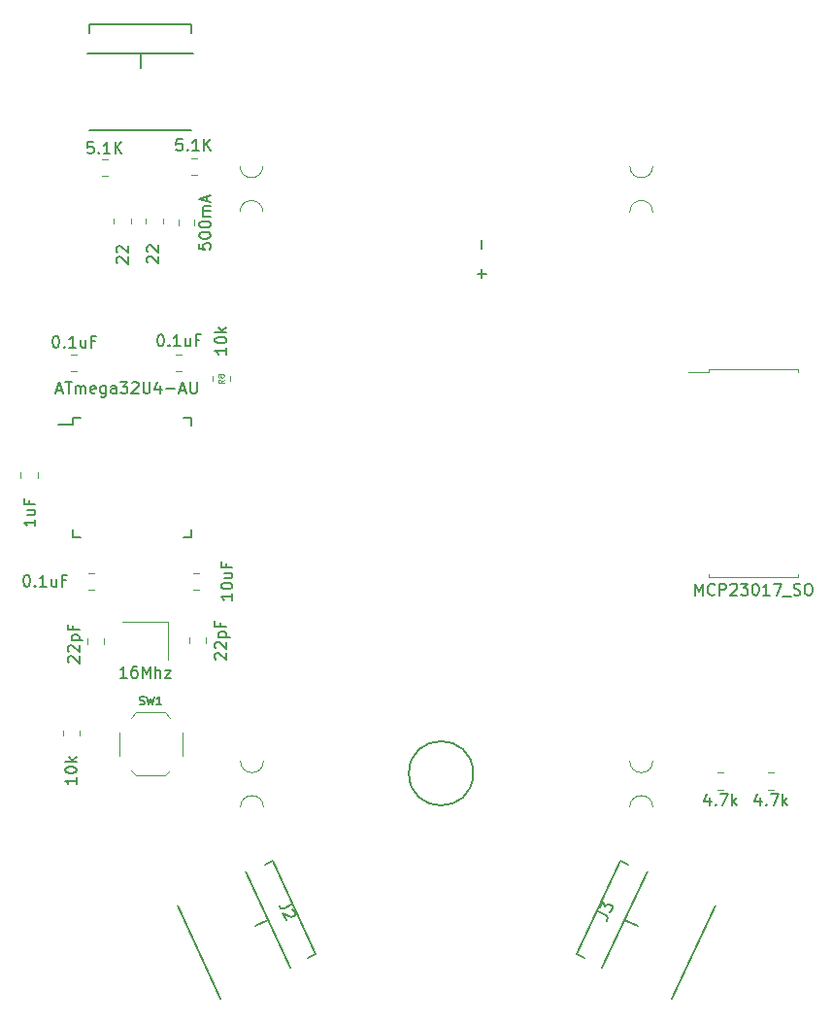
<source format=gbr>
%TF.GenerationSoftware,KiCad,Pcbnew,5.1.10*%
%TF.CreationDate,2021-09-05T22:53:56-04:00*%
%TF.ProjectId,tryptris_pcb,74727970-7472-4697-935f-7063622e6b69,rev?*%
%TF.SameCoordinates,Original*%
%TF.FileFunction,Legend,Top*%
%TF.FilePolarity,Positive*%
%FSLAX46Y46*%
G04 Gerber Fmt 4.6, Leading zero omitted, Abs format (unit mm)*
G04 Created by KiCad (PCBNEW 5.1.10) date 2021-09-05 22:53:56*
%MOMM*%
%LPD*%
G01*
G04 APERTURE LIST*
%ADD10C,0.120000*%
%ADD11C,0.150000*%
%ADD12C,0.100000*%
%ADD13C,0.080000*%
G04 APERTURE END LIST*
D10*
%TO.C,R7*%
X204037937Y-103130001D02*
X204492065Y-103130001D01*
X204037937Y-101660001D02*
X204492065Y-101660001D01*
%TO.C,R6*%
X199627937Y-103130001D02*
X200082065Y-103130001D01*
X199627937Y-101660001D02*
X200082065Y-101660001D01*
D11*
%TO.C,J3*%
X191515700Y-114474700D02*
X192666711Y-115011425D01*
X191132084Y-109358201D02*
X191822991Y-109674859D01*
X191132084Y-109358201D02*
X187349651Y-117469656D01*
X188036332Y-117795377D02*
X187349651Y-117469656D01*
X199442927Y-113233610D02*
X195660493Y-121345065D01*
X193470309Y-110283026D02*
X189561091Y-118666374D01*
%TO.C,J2*%
X160427600Y-114474525D02*
X159276589Y-115011250D01*
X164593649Y-117469481D02*
X163906968Y-117795202D01*
X164593649Y-117469481D02*
X160811216Y-109358026D01*
X160120309Y-109674684D02*
X160811216Y-109358026D01*
X156282807Y-121344890D02*
X152500373Y-113233435D01*
X162382209Y-118666199D02*
X158472991Y-110282851D01*
%TO.C,U4*%
X178300000Y-101700000D02*
G75*
G03*
X178300000Y-101700000I-2800000J0D01*
G01*
D10*
%TO.C,F1*%
X153999000Y-53982252D02*
X153999000Y-53459748D01*
X152579000Y-53982252D02*
X152579000Y-53459748D01*
%TO.C,SW1*%
X148916000Y-96401000D02*
X151416000Y-96401000D01*
X147416000Y-98151000D02*
X147416000Y-100151000D01*
X148916000Y-101901000D02*
X151416000Y-101901000D01*
X152916000Y-98151000D02*
X152916000Y-100151000D01*
X148466000Y-96851000D02*
X148916000Y-96401000D01*
X151866000Y-96851000D02*
X151416000Y-96401000D01*
X151866000Y-101451000D02*
X151416000Y-101901000D01*
X148466000Y-101451000D02*
X148916000Y-101901000D01*
D12*
%TO.C,mouse-bite-2mm-slot*%
X158015000Y-100638000D02*
G75*
G03*
X160015000Y-100638000I1000000J0D01*
G01*
X160015000Y-104638000D02*
G75*
G03*
X158015000Y-104638000I-1000000J0D01*
G01*
X191965000Y-100638000D02*
G75*
G03*
X193965000Y-100638000I1000000J0D01*
G01*
X193965000Y-104638000D02*
G75*
G03*
X191965000Y-104638000I-1000000J0D01*
G01*
X191965000Y-48788000D02*
G75*
G03*
X193965000Y-48788000I1000000J0D01*
G01*
X193965000Y-52788000D02*
G75*
G03*
X191965000Y-52788000I-1000000J0D01*
G01*
X157965000Y-48788000D02*
G75*
G03*
X159965000Y-48788000I1000000J0D01*
G01*
X159965000Y-52788000D02*
G75*
G03*
X157965000Y-52788000I-1000000J0D01*
G01*
D11*
%TO.C,J1*%
X149275800Y-38963600D02*
X149275800Y-40233600D01*
X153750800Y-36453600D02*
X153755800Y-37213600D01*
X153750800Y-36453600D02*
X144800800Y-36453600D01*
X144795800Y-37213600D02*
X144800800Y-36453600D01*
X153750800Y-45623600D02*
X144800800Y-45623600D01*
X153900800Y-38963600D02*
X144650800Y-38963600D01*
D10*
%TO.C,Y1*%
X151709000Y-88478000D02*
X147709000Y-88478000D01*
X151709000Y-91778000D02*
X151709000Y-88478000D01*
%TO.C,U2*%
X198881000Y-66750000D02*
X197066000Y-66750000D01*
X198881000Y-66505000D02*
X198881000Y-66750000D01*
X202741000Y-66505000D02*
X198881000Y-66505000D01*
X206601000Y-66505000D02*
X206601000Y-66750000D01*
X202741000Y-66505000D02*
X206601000Y-66505000D01*
X198881000Y-84625000D02*
X198881000Y-84380000D01*
X202741000Y-84625000D02*
X198881000Y-84625000D01*
X206601000Y-84625000D02*
X206601000Y-84380000D01*
X202741000Y-84625000D02*
X206601000Y-84625000D01*
D11*
%TO.C,U1*%
X143387000Y-71316000D02*
X142112000Y-71316000D01*
X153737000Y-70741000D02*
X153062000Y-70741000D01*
X153737000Y-81091000D02*
X153062000Y-81091000D01*
X143387000Y-81091000D02*
X144062000Y-81091000D01*
X143387000Y-70741000D02*
X144062000Y-70741000D01*
X143387000Y-81091000D02*
X143387000Y-80416000D01*
X153737000Y-81091000D02*
X153737000Y-80416000D01*
X153737000Y-70741000D02*
X153737000Y-71416000D01*
X143387000Y-70741000D02*
X143387000Y-71316000D01*
D10*
%TO.C,R8*%
X155602000Y-67082936D02*
X155602000Y-67537064D01*
X157072000Y-67082936D02*
X157072000Y-67537064D01*
%TO.C,R5*%
X146966000Y-53343436D02*
X146966000Y-53797564D01*
X148436000Y-53343436D02*
X148436000Y-53797564D01*
%TO.C,R4*%
X149760000Y-53343436D02*
X149760000Y-53797564D01*
X151230000Y-53343436D02*
X151230000Y-53797564D01*
%TO.C,R3*%
X145943436Y-49666000D02*
X146397564Y-49666000D01*
X145943436Y-48196000D02*
X146397564Y-48196000D01*
%TO.C,R2*%
X154198564Y-48069000D02*
X153744436Y-48069000D01*
X154198564Y-49539000D02*
X153744436Y-49539000D01*
%TO.C,R1*%
X142530000Y-97950436D02*
X142530000Y-98404564D01*
X144000000Y-97950436D02*
X144000000Y-98404564D01*
%TO.C,C7*%
X154378252Y-84228000D02*
X153855748Y-84228000D01*
X154378252Y-85698000D02*
X153855748Y-85698000D01*
%TO.C,C6*%
X143187748Y-66648000D02*
X143710252Y-66648000D01*
X143187748Y-65178000D02*
X143710252Y-65178000D01*
%TO.C,C5*%
X144711748Y-85698000D02*
X145234252Y-85698000D01*
X144711748Y-84228000D02*
X145234252Y-84228000D01*
%TO.C,C4*%
X152326748Y-66648000D02*
X152849252Y-66648000D01*
X152326748Y-65178000D02*
X152849252Y-65178000D01*
%TO.C,C3*%
X140300000Y-75999252D02*
X140300000Y-75476748D01*
X138830000Y-75999252D02*
X138830000Y-75476748D01*
%TO.C,C2*%
X146131000Y-90419252D02*
X146131000Y-89896748D01*
X144661000Y-90419252D02*
X144661000Y-89896748D01*
%TO.C,C1*%
X153551000Y-89866748D02*
X153551000Y-90389252D01*
X155021000Y-89866748D02*
X155021000Y-90389252D01*
%TO.C,R7*%
D11*
X203336429Y-103830715D02*
X203336429Y-104497381D01*
X203098334Y-103449762D02*
X202860239Y-104164048D01*
X203479286Y-104164048D01*
X203860239Y-104402143D02*
X203907858Y-104449762D01*
X203860239Y-104497381D01*
X203812620Y-104449762D01*
X203860239Y-104402143D01*
X203860239Y-104497381D01*
X204241191Y-103497381D02*
X204907858Y-103497381D01*
X204479286Y-104497381D01*
X205288810Y-104497381D02*
X205288810Y-103497381D01*
X205384048Y-104116429D02*
X205669762Y-104497381D01*
X205669762Y-103830715D02*
X205288810Y-104211667D01*
%TO.C,R6*%
X198926429Y-103830715D02*
X198926429Y-104497381D01*
X198688334Y-103449762D02*
X198450239Y-104164048D01*
X199069286Y-104164048D01*
X199450239Y-104402143D02*
X199497858Y-104449762D01*
X199450239Y-104497381D01*
X199402620Y-104449762D01*
X199450239Y-104402143D01*
X199450239Y-104497381D01*
X199831191Y-103497381D02*
X200497858Y-103497381D01*
X200069286Y-104497381D01*
X200878810Y-104497381D02*
X200878810Y-103497381D01*
X200974048Y-104116429D02*
X201259762Y-104497381D01*
X201259762Y-103830715D02*
X200878810Y-104211667D01*
%TO.C,J3*%
X189201846Y-113763524D02*
X189849209Y-114065394D01*
X189958557Y-114168926D01*
X190004623Y-114295490D01*
X189987406Y-114445088D01*
X189947157Y-114531403D01*
X189362844Y-113418264D02*
X189624465Y-112857216D01*
X189828852Y-113320317D01*
X189889226Y-113190844D01*
X189972633Y-113124654D01*
X190035915Y-113101621D01*
X190142355Y-113098713D01*
X190358142Y-113199336D01*
X190424333Y-113282743D01*
X190447366Y-113346025D01*
X190450274Y-113452465D01*
X190329526Y-113711410D01*
X190246119Y-113777600D01*
X190182837Y-113800633D01*
%TO.C,J2*%
X162459707Y-113159144D02*
X161812344Y-113461014D01*
X161662747Y-113478231D01*
X161536183Y-113432165D01*
X161432651Y-113322817D01*
X161392402Y-113236502D01*
X162554514Y-113587811D02*
X162617796Y-113610844D01*
X162701203Y-113677034D01*
X162801827Y-113892822D01*
X162798919Y-113999262D01*
X162775886Y-114062544D01*
X162709695Y-114145951D01*
X162623380Y-114186200D01*
X162473783Y-114203416D01*
X161714397Y-113927022D01*
X161976018Y-114488070D01*
%TO.C,REF\u002A\u002A*%
X179071428Y-56010952D02*
X179071428Y-55249047D01*
X179071428Y-58550952D02*
X179071428Y-57789047D01*
X179452380Y-58170000D02*
X178690476Y-58170000D01*
%TO.C,F1*%
X154391380Y-55530523D02*
X154391380Y-56006714D01*
X154867571Y-56054333D01*
X154819952Y-56006714D01*
X154772333Y-55911476D01*
X154772333Y-55673380D01*
X154819952Y-55578142D01*
X154867571Y-55530523D01*
X154962809Y-55482904D01*
X155200904Y-55482904D01*
X155296142Y-55530523D01*
X155343761Y-55578142D01*
X155391380Y-55673380D01*
X155391380Y-55911476D01*
X155343761Y-56006714D01*
X155296142Y-56054333D01*
X154391380Y-54863857D02*
X154391380Y-54768619D01*
X154439000Y-54673380D01*
X154486619Y-54625761D01*
X154581857Y-54578142D01*
X154772333Y-54530523D01*
X155010428Y-54530523D01*
X155200904Y-54578142D01*
X155296142Y-54625761D01*
X155343761Y-54673380D01*
X155391380Y-54768619D01*
X155391380Y-54863857D01*
X155343761Y-54959095D01*
X155296142Y-55006714D01*
X155200904Y-55054333D01*
X155010428Y-55101952D01*
X154772333Y-55101952D01*
X154581857Y-55054333D01*
X154486619Y-55006714D01*
X154439000Y-54959095D01*
X154391380Y-54863857D01*
X154391380Y-53911476D02*
X154391380Y-53816238D01*
X154439000Y-53721000D01*
X154486619Y-53673380D01*
X154581857Y-53625761D01*
X154772333Y-53578142D01*
X155010428Y-53578142D01*
X155200904Y-53625761D01*
X155296142Y-53673380D01*
X155343761Y-53721000D01*
X155391380Y-53816238D01*
X155391380Y-53911476D01*
X155343761Y-54006714D01*
X155296142Y-54054333D01*
X155200904Y-54101952D01*
X155010428Y-54149571D01*
X154772333Y-54149571D01*
X154581857Y-54101952D01*
X154486619Y-54054333D01*
X154439000Y-54006714D01*
X154391380Y-53911476D01*
X155391380Y-53149571D02*
X154724714Y-53149571D01*
X154819952Y-53149571D02*
X154772333Y-53101952D01*
X154724714Y-53006714D01*
X154724714Y-52863857D01*
X154772333Y-52768619D01*
X154867571Y-52721000D01*
X155391380Y-52721000D01*
X154867571Y-52721000D02*
X154772333Y-52673380D01*
X154724714Y-52578142D01*
X154724714Y-52435285D01*
X154772333Y-52340047D01*
X154867571Y-52292428D01*
X155391380Y-52292428D01*
X155105666Y-51863857D02*
X155105666Y-51387666D01*
X155391380Y-51959095D02*
X154391380Y-51625761D01*
X155391380Y-51292428D01*
%TO.C,SW1*%
X149232666Y-95684333D02*
X149332666Y-95717666D01*
X149499333Y-95717666D01*
X149566000Y-95684333D01*
X149599333Y-95651000D01*
X149632666Y-95584333D01*
X149632666Y-95517666D01*
X149599333Y-95451000D01*
X149566000Y-95417666D01*
X149499333Y-95384333D01*
X149366000Y-95351000D01*
X149299333Y-95317666D01*
X149266000Y-95284333D01*
X149232666Y-95217666D01*
X149232666Y-95151000D01*
X149266000Y-95084333D01*
X149299333Y-95051000D01*
X149366000Y-95017666D01*
X149532666Y-95017666D01*
X149632666Y-95051000D01*
X149866000Y-95017666D02*
X150032666Y-95717666D01*
X150166000Y-95217666D01*
X150299333Y-95717666D01*
X150466000Y-95017666D01*
X151099333Y-95717666D02*
X150699333Y-95717666D01*
X150899333Y-95717666D02*
X150899333Y-95017666D01*
X150832666Y-95117666D01*
X150766000Y-95184333D01*
X150699333Y-95217666D01*
%TO.C,Y1*%
X148089952Y-93374380D02*
X147518523Y-93374380D01*
X147804238Y-93374380D02*
X147804238Y-92374380D01*
X147709000Y-92517238D01*
X147613761Y-92612476D01*
X147518523Y-92660095D01*
X148947095Y-92374380D02*
X148756619Y-92374380D01*
X148661380Y-92422000D01*
X148613761Y-92469619D01*
X148518523Y-92612476D01*
X148470904Y-92802952D01*
X148470904Y-93183904D01*
X148518523Y-93279142D01*
X148566142Y-93326761D01*
X148661380Y-93374380D01*
X148851857Y-93374380D01*
X148947095Y-93326761D01*
X148994714Y-93279142D01*
X149042333Y-93183904D01*
X149042333Y-92945809D01*
X148994714Y-92850571D01*
X148947095Y-92802952D01*
X148851857Y-92755333D01*
X148661380Y-92755333D01*
X148566142Y-92802952D01*
X148518523Y-92850571D01*
X148470904Y-92945809D01*
X149470904Y-93374380D02*
X149470904Y-92374380D01*
X149804238Y-93088666D01*
X150137571Y-92374380D01*
X150137571Y-93374380D01*
X150613761Y-93374380D02*
X150613761Y-92374380D01*
X151042333Y-93374380D02*
X151042333Y-92850571D01*
X150994714Y-92755333D01*
X150899476Y-92707714D01*
X150756619Y-92707714D01*
X150661380Y-92755333D01*
X150613761Y-92802952D01*
X151423285Y-92707714D02*
X151947095Y-92707714D01*
X151423285Y-93374380D01*
X151947095Y-93374380D01*
%TO.C,U2*%
X197645761Y-86177380D02*
X197645761Y-85177380D01*
X197979095Y-85891666D01*
X198312428Y-85177380D01*
X198312428Y-86177380D01*
X199360047Y-86082142D02*
X199312428Y-86129761D01*
X199169571Y-86177380D01*
X199074333Y-86177380D01*
X198931476Y-86129761D01*
X198836238Y-86034523D01*
X198788619Y-85939285D01*
X198741000Y-85748809D01*
X198741000Y-85605952D01*
X198788619Y-85415476D01*
X198836238Y-85320238D01*
X198931476Y-85225000D01*
X199074333Y-85177380D01*
X199169571Y-85177380D01*
X199312428Y-85225000D01*
X199360047Y-85272619D01*
X199788619Y-86177380D02*
X199788619Y-85177380D01*
X200169571Y-85177380D01*
X200264809Y-85225000D01*
X200312428Y-85272619D01*
X200360047Y-85367857D01*
X200360047Y-85510714D01*
X200312428Y-85605952D01*
X200264809Y-85653571D01*
X200169571Y-85701190D01*
X199788619Y-85701190D01*
X200741000Y-85272619D02*
X200788619Y-85225000D01*
X200883857Y-85177380D01*
X201121952Y-85177380D01*
X201217190Y-85225000D01*
X201264809Y-85272619D01*
X201312428Y-85367857D01*
X201312428Y-85463095D01*
X201264809Y-85605952D01*
X200693380Y-86177380D01*
X201312428Y-86177380D01*
X201645761Y-85177380D02*
X202264809Y-85177380D01*
X201931476Y-85558333D01*
X202074333Y-85558333D01*
X202169571Y-85605952D01*
X202217190Y-85653571D01*
X202264809Y-85748809D01*
X202264809Y-85986904D01*
X202217190Y-86082142D01*
X202169571Y-86129761D01*
X202074333Y-86177380D01*
X201788619Y-86177380D01*
X201693380Y-86129761D01*
X201645761Y-86082142D01*
X202883857Y-85177380D02*
X202979095Y-85177380D01*
X203074333Y-85225000D01*
X203121952Y-85272619D01*
X203169571Y-85367857D01*
X203217190Y-85558333D01*
X203217190Y-85796428D01*
X203169571Y-85986904D01*
X203121952Y-86082142D01*
X203074333Y-86129761D01*
X202979095Y-86177380D01*
X202883857Y-86177380D01*
X202788619Y-86129761D01*
X202741000Y-86082142D01*
X202693380Y-85986904D01*
X202645761Y-85796428D01*
X202645761Y-85558333D01*
X202693380Y-85367857D01*
X202741000Y-85272619D01*
X202788619Y-85225000D01*
X202883857Y-85177380D01*
X204169571Y-86177380D02*
X203598142Y-86177380D01*
X203883857Y-86177380D02*
X203883857Y-85177380D01*
X203788619Y-85320238D01*
X203693380Y-85415476D01*
X203598142Y-85463095D01*
X204502904Y-85177380D02*
X205169571Y-85177380D01*
X204741000Y-86177380D01*
X205312428Y-86272619D02*
X206074333Y-86272619D01*
X206264809Y-86129761D02*
X206407666Y-86177380D01*
X206645761Y-86177380D01*
X206741000Y-86129761D01*
X206788619Y-86082142D01*
X206836238Y-85986904D01*
X206836238Y-85891666D01*
X206788619Y-85796428D01*
X206741000Y-85748809D01*
X206645761Y-85701190D01*
X206455285Y-85653571D01*
X206360047Y-85605952D01*
X206312428Y-85558333D01*
X206264809Y-85463095D01*
X206264809Y-85367857D01*
X206312428Y-85272619D01*
X206360047Y-85225000D01*
X206455285Y-85177380D01*
X206693380Y-85177380D01*
X206836238Y-85225000D01*
X207455285Y-85177380D02*
X207645761Y-85177380D01*
X207741000Y-85225000D01*
X207836238Y-85320238D01*
X207883857Y-85510714D01*
X207883857Y-85844047D01*
X207836238Y-86034523D01*
X207741000Y-86129761D01*
X207645761Y-86177380D01*
X207455285Y-86177380D01*
X207360047Y-86129761D01*
X207264809Y-86034523D01*
X207217190Y-85844047D01*
X207217190Y-85510714D01*
X207264809Y-85320238D01*
X207360047Y-85225000D01*
X207455285Y-85177380D01*
%TO.C,U1*%
X141969142Y-68307666D02*
X142445333Y-68307666D01*
X141873904Y-68593380D02*
X142207238Y-67593380D01*
X142540571Y-68593380D01*
X142731047Y-67593380D02*
X143302476Y-67593380D01*
X143016761Y-68593380D02*
X143016761Y-67593380D01*
X143635809Y-68593380D02*
X143635809Y-67926714D01*
X143635809Y-68021952D02*
X143683428Y-67974333D01*
X143778666Y-67926714D01*
X143921523Y-67926714D01*
X144016761Y-67974333D01*
X144064380Y-68069571D01*
X144064380Y-68593380D01*
X144064380Y-68069571D02*
X144112000Y-67974333D01*
X144207238Y-67926714D01*
X144350095Y-67926714D01*
X144445333Y-67974333D01*
X144492952Y-68069571D01*
X144492952Y-68593380D01*
X145350095Y-68545761D02*
X145254857Y-68593380D01*
X145064380Y-68593380D01*
X144969142Y-68545761D01*
X144921523Y-68450523D01*
X144921523Y-68069571D01*
X144969142Y-67974333D01*
X145064380Y-67926714D01*
X145254857Y-67926714D01*
X145350095Y-67974333D01*
X145397714Y-68069571D01*
X145397714Y-68164809D01*
X144921523Y-68260047D01*
X146254857Y-67926714D02*
X146254857Y-68736238D01*
X146207238Y-68831476D01*
X146159619Y-68879095D01*
X146064380Y-68926714D01*
X145921523Y-68926714D01*
X145826285Y-68879095D01*
X146254857Y-68545761D02*
X146159619Y-68593380D01*
X145969142Y-68593380D01*
X145873904Y-68545761D01*
X145826285Y-68498142D01*
X145778666Y-68402904D01*
X145778666Y-68117190D01*
X145826285Y-68021952D01*
X145873904Y-67974333D01*
X145969142Y-67926714D01*
X146159619Y-67926714D01*
X146254857Y-67974333D01*
X147159619Y-68593380D02*
X147159619Y-68069571D01*
X147112000Y-67974333D01*
X147016761Y-67926714D01*
X146826285Y-67926714D01*
X146731047Y-67974333D01*
X147159619Y-68545761D02*
X147064380Y-68593380D01*
X146826285Y-68593380D01*
X146731047Y-68545761D01*
X146683428Y-68450523D01*
X146683428Y-68355285D01*
X146731047Y-68260047D01*
X146826285Y-68212428D01*
X147064380Y-68212428D01*
X147159619Y-68164809D01*
X147540571Y-67593380D02*
X148159619Y-67593380D01*
X147826285Y-67974333D01*
X147969142Y-67974333D01*
X148064380Y-68021952D01*
X148112000Y-68069571D01*
X148159619Y-68164809D01*
X148159619Y-68402904D01*
X148112000Y-68498142D01*
X148064380Y-68545761D01*
X147969142Y-68593380D01*
X147683428Y-68593380D01*
X147588190Y-68545761D01*
X147540571Y-68498142D01*
X148540571Y-67688619D02*
X148588190Y-67641000D01*
X148683428Y-67593380D01*
X148921523Y-67593380D01*
X149016761Y-67641000D01*
X149064380Y-67688619D01*
X149112000Y-67783857D01*
X149112000Y-67879095D01*
X149064380Y-68021952D01*
X148492952Y-68593380D01*
X149112000Y-68593380D01*
X149540571Y-67593380D02*
X149540571Y-68402904D01*
X149588190Y-68498142D01*
X149635809Y-68545761D01*
X149731047Y-68593380D01*
X149921523Y-68593380D01*
X150016761Y-68545761D01*
X150064380Y-68498142D01*
X150112000Y-68402904D01*
X150112000Y-67593380D01*
X151016761Y-67926714D02*
X151016761Y-68593380D01*
X150778666Y-67545761D02*
X150540571Y-68260047D01*
X151159619Y-68260047D01*
X151540571Y-68212428D02*
X152302476Y-68212428D01*
X152731047Y-68307666D02*
X153207238Y-68307666D01*
X152635809Y-68593380D02*
X152969142Y-67593380D01*
X153302476Y-68593380D01*
X153635809Y-67593380D02*
X153635809Y-68402904D01*
X153683428Y-68498142D01*
X153731047Y-68545761D01*
X153826285Y-68593380D01*
X154016761Y-68593380D01*
X154112000Y-68545761D01*
X154159619Y-68498142D01*
X154207238Y-68402904D01*
X154207238Y-67593380D01*
%TO.C,R8*%
X156789380Y-64603238D02*
X156789380Y-65174666D01*
X156789380Y-64888952D02*
X155789380Y-64888952D01*
X155932238Y-64984190D01*
X156027476Y-65079428D01*
X156075095Y-65174666D01*
X155789380Y-63984190D02*
X155789380Y-63888952D01*
X155837000Y-63793714D01*
X155884619Y-63746095D01*
X155979857Y-63698476D01*
X156170333Y-63650857D01*
X156408428Y-63650857D01*
X156598904Y-63698476D01*
X156694142Y-63746095D01*
X156741761Y-63793714D01*
X156789380Y-63888952D01*
X156789380Y-63984190D01*
X156741761Y-64079428D01*
X156694142Y-64127047D01*
X156598904Y-64174666D01*
X156408428Y-64222285D01*
X156170333Y-64222285D01*
X155979857Y-64174666D01*
X155884619Y-64127047D01*
X155837000Y-64079428D01*
X155789380Y-63984190D01*
X156789380Y-63222285D02*
X155789380Y-63222285D01*
X156408428Y-63127047D02*
X156789380Y-62841333D01*
X156122714Y-62841333D02*
X156503666Y-63222285D01*
D13*
X156563190Y-67393333D02*
X156325095Y-67560000D01*
X156563190Y-67679047D02*
X156063190Y-67679047D01*
X156063190Y-67488571D01*
X156087000Y-67440952D01*
X156110809Y-67417142D01*
X156158428Y-67393333D01*
X156229857Y-67393333D01*
X156277476Y-67417142D01*
X156301285Y-67440952D01*
X156325095Y-67488571D01*
X156325095Y-67679047D01*
X156277476Y-67107619D02*
X156253666Y-67155238D01*
X156229857Y-67179047D01*
X156182238Y-67202857D01*
X156158428Y-67202857D01*
X156110809Y-67179047D01*
X156087000Y-67155238D01*
X156063190Y-67107619D01*
X156063190Y-67012380D01*
X156087000Y-66964761D01*
X156110809Y-66940952D01*
X156158428Y-66917142D01*
X156182238Y-66917142D01*
X156229857Y-66940952D01*
X156253666Y-66964761D01*
X156277476Y-67012380D01*
X156277476Y-67107619D01*
X156301285Y-67155238D01*
X156325095Y-67179047D01*
X156372714Y-67202857D01*
X156467952Y-67202857D01*
X156515571Y-67179047D01*
X156539380Y-67155238D01*
X156563190Y-67107619D01*
X156563190Y-67012380D01*
X156539380Y-66964761D01*
X156515571Y-66940952D01*
X156467952Y-66917142D01*
X156372714Y-66917142D01*
X156325095Y-66940952D01*
X156301285Y-66964761D01*
X156277476Y-67012380D01*
%TO.C,R5*%
D11*
X147273619Y-57249904D02*
X147226000Y-57202285D01*
X147178380Y-57107047D01*
X147178380Y-56868952D01*
X147226000Y-56773714D01*
X147273619Y-56726095D01*
X147368857Y-56678476D01*
X147464095Y-56678476D01*
X147606952Y-56726095D01*
X148178380Y-57297523D01*
X148178380Y-56678476D01*
X147273619Y-56297523D02*
X147226000Y-56249904D01*
X147178380Y-56154666D01*
X147178380Y-55916571D01*
X147226000Y-55821333D01*
X147273619Y-55773714D01*
X147368857Y-55726095D01*
X147464095Y-55726095D01*
X147606952Y-55773714D01*
X148178380Y-56345142D01*
X148178380Y-55726095D01*
%TO.C,R4*%
X149942619Y-57207404D02*
X149895000Y-57159785D01*
X149847380Y-57064547D01*
X149847380Y-56826452D01*
X149895000Y-56731214D01*
X149942619Y-56683595D01*
X150037857Y-56635976D01*
X150133095Y-56635976D01*
X150275952Y-56683595D01*
X150847380Y-57255023D01*
X150847380Y-56635976D01*
X149942619Y-56255023D02*
X149895000Y-56207404D01*
X149847380Y-56112166D01*
X149847380Y-55874071D01*
X149895000Y-55778833D01*
X149942619Y-55731214D01*
X150037857Y-55683595D01*
X150133095Y-55683595D01*
X150275952Y-55731214D01*
X150847380Y-56302642D01*
X150847380Y-55683595D01*
%TO.C,R3*%
X145170809Y-46683380D02*
X144694619Y-46683380D01*
X144647000Y-47159571D01*
X144694619Y-47111952D01*
X144789857Y-47064333D01*
X145027952Y-47064333D01*
X145123190Y-47111952D01*
X145170809Y-47159571D01*
X145218428Y-47254809D01*
X145218428Y-47492904D01*
X145170809Y-47588142D01*
X145123190Y-47635761D01*
X145027952Y-47683380D01*
X144789857Y-47683380D01*
X144694619Y-47635761D01*
X144647000Y-47588142D01*
X145647000Y-47588142D02*
X145694619Y-47635761D01*
X145647000Y-47683380D01*
X145599380Y-47635761D01*
X145647000Y-47588142D01*
X145647000Y-47683380D01*
X146647000Y-47683380D02*
X146075571Y-47683380D01*
X146361285Y-47683380D02*
X146361285Y-46683380D01*
X146266047Y-46826238D01*
X146170809Y-46921476D01*
X146075571Y-46969095D01*
X147075571Y-47683380D02*
X147075571Y-46683380D01*
X147647000Y-47683380D02*
X147218428Y-47111952D01*
X147647000Y-46683380D02*
X147075571Y-47254809D01*
%TO.C,R2*%
X152916209Y-46431980D02*
X152440019Y-46431980D01*
X152392400Y-46908171D01*
X152440019Y-46860552D01*
X152535257Y-46812933D01*
X152773352Y-46812933D01*
X152868590Y-46860552D01*
X152916209Y-46908171D01*
X152963828Y-47003409D01*
X152963828Y-47241504D01*
X152916209Y-47336742D01*
X152868590Y-47384361D01*
X152773352Y-47431980D01*
X152535257Y-47431980D01*
X152440019Y-47384361D01*
X152392400Y-47336742D01*
X153392400Y-47336742D02*
X153440019Y-47384361D01*
X153392400Y-47431980D01*
X153344780Y-47384361D01*
X153392400Y-47336742D01*
X153392400Y-47431980D01*
X154392400Y-47431980D02*
X153820971Y-47431980D01*
X154106685Y-47431980D02*
X154106685Y-46431980D01*
X154011447Y-46574838D01*
X153916209Y-46670076D01*
X153820971Y-46717695D01*
X154820971Y-47431980D02*
X154820971Y-46431980D01*
X155392400Y-47431980D02*
X154963828Y-46860552D01*
X155392400Y-46431980D02*
X154820971Y-47003409D01*
%TO.C,R1*%
X143717380Y-102060238D02*
X143717380Y-102631666D01*
X143717380Y-102345952D02*
X142717380Y-102345952D01*
X142860238Y-102441190D01*
X142955476Y-102536428D01*
X143003095Y-102631666D01*
X142717380Y-101441190D02*
X142717380Y-101345952D01*
X142765000Y-101250714D01*
X142812619Y-101203095D01*
X142907857Y-101155476D01*
X143098333Y-101107857D01*
X143336428Y-101107857D01*
X143526904Y-101155476D01*
X143622142Y-101203095D01*
X143669761Y-101250714D01*
X143717380Y-101345952D01*
X143717380Y-101441190D01*
X143669761Y-101536428D01*
X143622142Y-101584047D01*
X143526904Y-101631666D01*
X143336428Y-101679285D01*
X143098333Y-101679285D01*
X142907857Y-101631666D01*
X142812619Y-101584047D01*
X142765000Y-101536428D01*
X142717380Y-101441190D01*
X143717380Y-100679285D02*
X142717380Y-100679285D01*
X143336428Y-100584047D02*
X143717380Y-100298333D01*
X143050714Y-100298333D02*
X143431666Y-100679285D01*
%TO.C,C7*%
X157302380Y-86034428D02*
X157302380Y-86605857D01*
X157302380Y-86320142D02*
X156302380Y-86320142D01*
X156445238Y-86415380D01*
X156540476Y-86510619D01*
X156588095Y-86605857D01*
X156302380Y-85415380D02*
X156302380Y-85320142D01*
X156350000Y-85224904D01*
X156397619Y-85177285D01*
X156492857Y-85129666D01*
X156683333Y-85082047D01*
X156921428Y-85082047D01*
X157111904Y-85129666D01*
X157207142Y-85177285D01*
X157254761Y-85224904D01*
X157302380Y-85320142D01*
X157302380Y-85415380D01*
X157254761Y-85510619D01*
X157207142Y-85558238D01*
X157111904Y-85605857D01*
X156921428Y-85653476D01*
X156683333Y-85653476D01*
X156492857Y-85605857D01*
X156397619Y-85558238D01*
X156350000Y-85510619D01*
X156302380Y-85415380D01*
X156635714Y-84224904D02*
X157302380Y-84224904D01*
X156635714Y-84653476D02*
X157159523Y-84653476D01*
X157254761Y-84605857D01*
X157302380Y-84510619D01*
X157302380Y-84367761D01*
X157254761Y-84272523D01*
X157207142Y-84224904D01*
X156778571Y-83415380D02*
X156778571Y-83748714D01*
X157302380Y-83748714D02*
X156302380Y-83748714D01*
X156302380Y-83272523D01*
%TO.C,C6*%
X141872142Y-63587380D02*
X141967380Y-63587380D01*
X142062619Y-63635000D01*
X142110238Y-63682619D01*
X142157857Y-63777857D01*
X142205476Y-63968333D01*
X142205476Y-64206428D01*
X142157857Y-64396904D01*
X142110238Y-64492142D01*
X142062619Y-64539761D01*
X141967380Y-64587380D01*
X141872142Y-64587380D01*
X141776904Y-64539761D01*
X141729285Y-64492142D01*
X141681666Y-64396904D01*
X141634047Y-64206428D01*
X141634047Y-63968333D01*
X141681666Y-63777857D01*
X141729285Y-63682619D01*
X141776904Y-63635000D01*
X141872142Y-63587380D01*
X142634047Y-64492142D02*
X142681666Y-64539761D01*
X142634047Y-64587380D01*
X142586428Y-64539761D01*
X142634047Y-64492142D01*
X142634047Y-64587380D01*
X143634047Y-64587380D02*
X143062619Y-64587380D01*
X143348333Y-64587380D02*
X143348333Y-63587380D01*
X143253095Y-63730238D01*
X143157857Y-63825476D01*
X143062619Y-63873095D01*
X144491190Y-63920714D02*
X144491190Y-64587380D01*
X144062619Y-63920714D02*
X144062619Y-64444523D01*
X144110238Y-64539761D01*
X144205476Y-64587380D01*
X144348333Y-64587380D01*
X144443571Y-64539761D01*
X144491190Y-64492142D01*
X145300714Y-64063571D02*
X144967380Y-64063571D01*
X144967380Y-64587380D02*
X144967380Y-63587380D01*
X145443571Y-63587380D01*
%TO.C,C5*%
X139327142Y-84415380D02*
X139422380Y-84415380D01*
X139517619Y-84463000D01*
X139565238Y-84510619D01*
X139612857Y-84605857D01*
X139660476Y-84796333D01*
X139660476Y-85034428D01*
X139612857Y-85224904D01*
X139565238Y-85320142D01*
X139517619Y-85367761D01*
X139422380Y-85415380D01*
X139327142Y-85415380D01*
X139231904Y-85367761D01*
X139184285Y-85320142D01*
X139136666Y-85224904D01*
X139089047Y-85034428D01*
X139089047Y-84796333D01*
X139136666Y-84605857D01*
X139184285Y-84510619D01*
X139231904Y-84463000D01*
X139327142Y-84415380D01*
X140089047Y-85320142D02*
X140136666Y-85367761D01*
X140089047Y-85415380D01*
X140041428Y-85367761D01*
X140089047Y-85320142D01*
X140089047Y-85415380D01*
X141089047Y-85415380D02*
X140517619Y-85415380D01*
X140803333Y-85415380D02*
X140803333Y-84415380D01*
X140708095Y-84558238D01*
X140612857Y-84653476D01*
X140517619Y-84701095D01*
X141946190Y-84748714D02*
X141946190Y-85415380D01*
X141517619Y-84748714D02*
X141517619Y-85272523D01*
X141565238Y-85367761D01*
X141660476Y-85415380D01*
X141803333Y-85415380D01*
X141898571Y-85367761D01*
X141946190Y-85320142D01*
X142755714Y-84891571D02*
X142422380Y-84891571D01*
X142422380Y-85415380D02*
X142422380Y-84415380D01*
X142898571Y-84415380D01*
%TO.C,C4*%
X151006142Y-63460380D02*
X151101380Y-63460380D01*
X151196619Y-63508000D01*
X151244238Y-63555619D01*
X151291857Y-63650857D01*
X151339476Y-63841333D01*
X151339476Y-64079428D01*
X151291857Y-64269904D01*
X151244238Y-64365142D01*
X151196619Y-64412761D01*
X151101380Y-64460380D01*
X151006142Y-64460380D01*
X150910904Y-64412761D01*
X150863285Y-64365142D01*
X150815666Y-64269904D01*
X150768047Y-64079428D01*
X150768047Y-63841333D01*
X150815666Y-63650857D01*
X150863285Y-63555619D01*
X150910904Y-63508000D01*
X151006142Y-63460380D01*
X151768047Y-64365142D02*
X151815666Y-64412761D01*
X151768047Y-64460380D01*
X151720428Y-64412761D01*
X151768047Y-64365142D01*
X151768047Y-64460380D01*
X152768047Y-64460380D02*
X152196619Y-64460380D01*
X152482333Y-64460380D02*
X152482333Y-63460380D01*
X152387095Y-63603238D01*
X152291857Y-63698476D01*
X152196619Y-63746095D01*
X153625190Y-63793714D02*
X153625190Y-64460380D01*
X153196619Y-63793714D02*
X153196619Y-64317523D01*
X153244238Y-64412761D01*
X153339476Y-64460380D01*
X153482333Y-64460380D01*
X153577571Y-64412761D01*
X153625190Y-64365142D01*
X154434714Y-63936571D02*
X154101380Y-63936571D01*
X154101380Y-64460380D02*
X154101380Y-63460380D01*
X154577571Y-63460380D01*
%TO.C,C3*%
X140117380Y-79583238D02*
X140117380Y-80154666D01*
X140117380Y-79868952D02*
X139117380Y-79868952D01*
X139260238Y-79964190D01*
X139355476Y-80059428D01*
X139403095Y-80154666D01*
X139450714Y-78726095D02*
X140117380Y-78726095D01*
X139450714Y-79154666D02*
X139974523Y-79154666D01*
X140069761Y-79107047D01*
X140117380Y-79011809D01*
X140117380Y-78868952D01*
X140069761Y-78773714D01*
X140022142Y-78726095D01*
X139593571Y-77916571D02*
X139593571Y-78249904D01*
X140117380Y-78249904D02*
X139117380Y-78249904D01*
X139117380Y-77773714D01*
%TO.C,C2*%
X143038619Y-92054857D02*
X142991000Y-92007238D01*
X142943380Y-91912000D01*
X142943380Y-91673904D01*
X142991000Y-91578666D01*
X143038619Y-91531047D01*
X143133857Y-91483428D01*
X143229095Y-91483428D01*
X143371952Y-91531047D01*
X143943380Y-92102476D01*
X143943380Y-91483428D01*
X143038619Y-91102476D02*
X142991000Y-91054857D01*
X142943380Y-90959619D01*
X142943380Y-90721523D01*
X142991000Y-90626285D01*
X143038619Y-90578666D01*
X143133857Y-90531047D01*
X143229095Y-90531047D01*
X143371952Y-90578666D01*
X143943380Y-91150095D01*
X143943380Y-90531047D01*
X143276714Y-90102476D02*
X144276714Y-90102476D01*
X143324333Y-90102476D02*
X143276714Y-90007238D01*
X143276714Y-89816761D01*
X143324333Y-89721523D01*
X143371952Y-89673904D01*
X143467190Y-89626285D01*
X143752904Y-89626285D01*
X143848142Y-89673904D01*
X143895761Y-89721523D01*
X143943380Y-89816761D01*
X143943380Y-90007238D01*
X143895761Y-90102476D01*
X143419571Y-88864380D02*
X143419571Y-89197714D01*
X143943380Y-89197714D02*
X142943380Y-89197714D01*
X142943380Y-88721523D01*
%TO.C,C1*%
X155865619Y-91770857D02*
X155818000Y-91723238D01*
X155770380Y-91628000D01*
X155770380Y-91389904D01*
X155818000Y-91294666D01*
X155865619Y-91247047D01*
X155960857Y-91199428D01*
X156056095Y-91199428D01*
X156198952Y-91247047D01*
X156770380Y-91818476D01*
X156770380Y-91199428D01*
X155865619Y-90818476D02*
X155818000Y-90770857D01*
X155770380Y-90675619D01*
X155770380Y-90437523D01*
X155818000Y-90342285D01*
X155865619Y-90294666D01*
X155960857Y-90247047D01*
X156056095Y-90247047D01*
X156198952Y-90294666D01*
X156770380Y-90866095D01*
X156770380Y-90247047D01*
X156103714Y-89818476D02*
X157103714Y-89818476D01*
X156151333Y-89818476D02*
X156103714Y-89723238D01*
X156103714Y-89532761D01*
X156151333Y-89437523D01*
X156198952Y-89389904D01*
X156294190Y-89342285D01*
X156579904Y-89342285D01*
X156675142Y-89389904D01*
X156722761Y-89437523D01*
X156770380Y-89532761D01*
X156770380Y-89723238D01*
X156722761Y-89818476D01*
X156246571Y-88580380D02*
X156246571Y-88913714D01*
X156770380Y-88913714D02*
X155770380Y-88913714D01*
X155770380Y-88437523D01*
%TD*%
M02*

</source>
